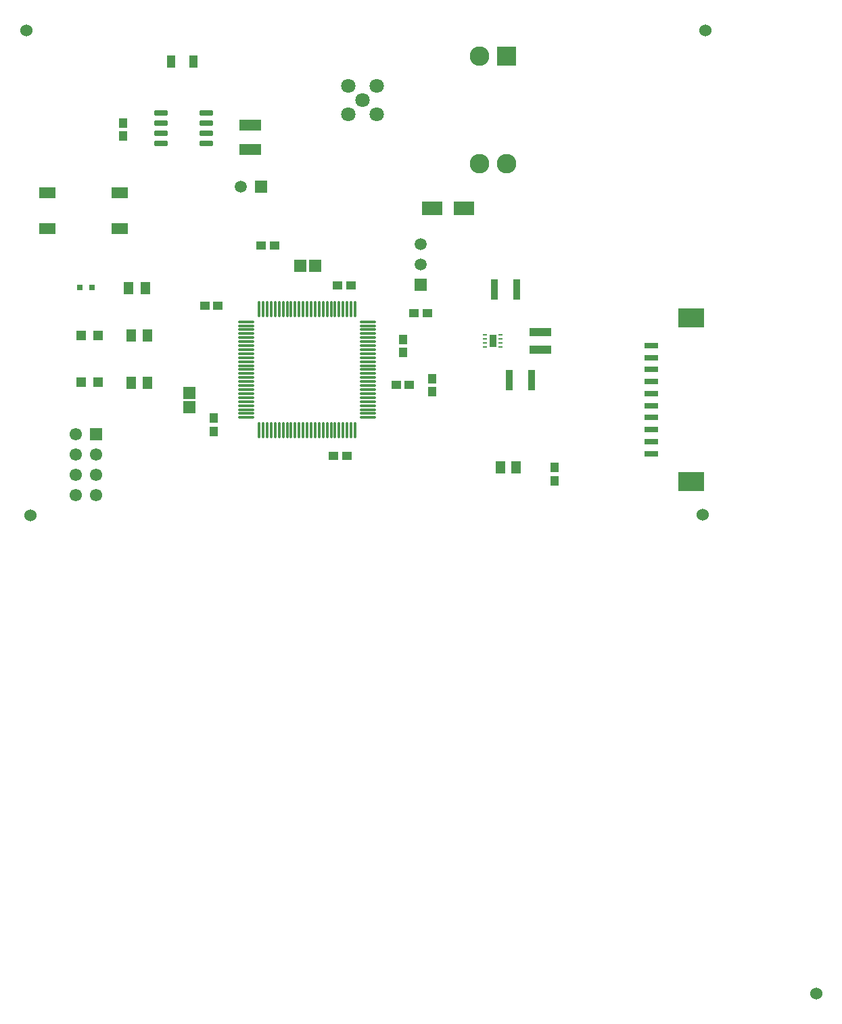
<source format=gbr>
%TF.GenerationSoftware,Altium Limited,Altium Designer,19.1.8 (144)*%
G04 Layer_Color=255*
%FSLAX25Y25*%
%MOIN*%
%TF.FileFunction,Pads,Top*%
%TF.Part,Single*%
G01*
G75*
%TA.AperFunction,SMDPad,CuDef*%
%ADD10R,0.04166X0.04749*%
%ADD11R,0.04749X0.04166*%
%ADD12O,0.01181X0.08268*%
%ADD13O,0.08268X0.01181*%
%ADD14R,0.03740X0.10236*%
%ADD15R,0.01968X0.01102*%
%ADD16R,0.03543X0.06299*%
%ADD17R,0.13000X0.09500*%
%ADD18R,0.06693X0.03150*%
%ADD19R,0.04921X0.06102*%
%ADD20R,0.06127X0.05924*%
%ADD21R,0.04724X0.04724*%
%ADD22R,0.03150X0.03150*%
%ADD23R,0.05924X0.06127*%
%ADD24R,0.10630X0.03937*%
%ADD25R,0.08268X0.05512*%
%ADD26R,0.05118X0.05906*%
%ADD27R,0.09843X0.06693*%
%ADD28R,0.11024X0.05709*%
G04:AMPARAMS|DCode=29|XSize=25.59mil|YSize=64.96mil|CornerRadius=1.92mil|HoleSize=0mil|Usage=FLASHONLY|Rotation=90.000|XOffset=0mil|YOffset=0mil|HoleType=Round|Shape=RoundedRectangle|*
%AMROUNDEDRECTD29*
21,1,0.02559,0.06112,0,0,90.0*
21,1,0.02175,0.06496,0,0,90.0*
1,1,0.00384,0.03056,0.01088*
1,1,0.00384,0.03056,-0.01088*
1,1,0.00384,-0.03056,-0.01088*
1,1,0.00384,-0.03056,0.01088*
%
%ADD29ROUNDEDRECTD29*%
%ADD30R,0.04331X0.06496*%
%TA.AperFunction,ComponentPad*%
%ADD35C,0.09646*%
%ADD36R,0.09646X0.09646*%
%TA.AperFunction,ViaPad*%
%ADD37C,0.06000*%
%TA.AperFunction,ComponentPad*%
%ADD38R,0.05906X0.05906*%
%ADD39C,0.05906*%
%ADD40C,0.06102*%
%ADD41R,0.06102X0.06102*%
%ADD42R,0.05906X0.05906*%
%ADD43C,0.07087*%
D10*
X208071Y69780D02*
D03*
Y76283D02*
D03*
X193504Y89169D02*
D03*
Y95673D02*
D03*
X100197Y56795D02*
D03*
Y50291D02*
D03*
X268208Y25878D02*
D03*
Y32382D02*
D03*
X55511Y202272D02*
D03*
Y195768D02*
D03*
D11*
X95961Y112106D02*
D03*
X102464D02*
D03*
X196657Y73327D02*
D03*
X190154D02*
D03*
X161414Y122277D02*
D03*
X167917D02*
D03*
X159346Y38091D02*
D03*
X165850D02*
D03*
X130319Y142028D02*
D03*
X123815D02*
D03*
X205511Y108465D02*
D03*
X199008D02*
D03*
D12*
X169980Y50787D02*
D03*
X168011D02*
D03*
X166043D02*
D03*
X164075D02*
D03*
X162106D02*
D03*
X160137D02*
D03*
X158169D02*
D03*
X156201D02*
D03*
X154232D02*
D03*
X152263D02*
D03*
X150295D02*
D03*
X148327D02*
D03*
X146358D02*
D03*
X144389D02*
D03*
X142421D02*
D03*
X140453D02*
D03*
X138484D02*
D03*
X136515D02*
D03*
X134547D02*
D03*
X132579D02*
D03*
X130610D02*
D03*
X128641D02*
D03*
X126673D02*
D03*
X124705D02*
D03*
X122736D02*
D03*
Y110630D02*
D03*
X124705D02*
D03*
X126673D02*
D03*
X128641D02*
D03*
X130610D02*
D03*
X132579D02*
D03*
X134547D02*
D03*
X136515D02*
D03*
X138484D02*
D03*
X140453D02*
D03*
X142421D02*
D03*
X144389D02*
D03*
X146358D02*
D03*
X148327D02*
D03*
X150295D02*
D03*
X152263D02*
D03*
X154232D02*
D03*
X156201D02*
D03*
X158169D02*
D03*
X160137D02*
D03*
X162106D02*
D03*
X164075D02*
D03*
X166043D02*
D03*
X168011D02*
D03*
X169980D02*
D03*
D13*
X116437Y57086D02*
D03*
Y59055D02*
D03*
Y61023D02*
D03*
Y62992D02*
D03*
Y64960D02*
D03*
Y66929D02*
D03*
Y68897D02*
D03*
Y70866D02*
D03*
Y72834D02*
D03*
Y74803D02*
D03*
Y76771D02*
D03*
Y78740D02*
D03*
Y80709D02*
D03*
Y82677D02*
D03*
Y84646D02*
D03*
Y86614D02*
D03*
Y88583D02*
D03*
Y90551D02*
D03*
Y92520D02*
D03*
Y94488D02*
D03*
Y96457D02*
D03*
Y98425D02*
D03*
Y100394D02*
D03*
Y102362D02*
D03*
Y104331D02*
D03*
X176279D02*
D03*
Y102362D02*
D03*
Y100394D02*
D03*
Y98425D02*
D03*
Y96457D02*
D03*
Y94488D02*
D03*
Y92520D02*
D03*
Y90551D02*
D03*
Y88583D02*
D03*
Y86614D02*
D03*
Y84646D02*
D03*
Y82677D02*
D03*
Y80709D02*
D03*
Y78740D02*
D03*
Y76771D02*
D03*
Y74803D02*
D03*
Y72834D02*
D03*
Y70866D02*
D03*
Y68897D02*
D03*
Y66929D02*
D03*
Y64960D02*
D03*
Y62992D02*
D03*
Y61023D02*
D03*
Y59055D02*
D03*
Y57086D02*
D03*
D14*
X245965Y75689D02*
D03*
X256988D02*
D03*
X238583Y120079D02*
D03*
X249606D02*
D03*
D15*
X234153Y97835D02*
D03*
Y95866D02*
D03*
Y93898D02*
D03*
Y91929D02*
D03*
X241633D02*
D03*
Y93898D02*
D03*
Y95866D02*
D03*
Y97835D02*
D03*
D16*
X237893Y94882D02*
D03*
D17*
X335544Y25595D02*
D03*
Y106295D02*
D03*
D18*
X315945Y39370D02*
D03*
Y45275D02*
D03*
Y51181D02*
D03*
Y57086D02*
D03*
Y62992D02*
D03*
Y68898D02*
D03*
Y74803D02*
D03*
Y80709D02*
D03*
Y86614D02*
D03*
Y92520D02*
D03*
D19*
X67716Y97441D02*
D03*
X59645D02*
D03*
X66535Y120965D02*
D03*
X58464D02*
D03*
X59744Y74311D02*
D03*
X67815D02*
D03*
D20*
X88484Y62103D02*
D03*
Y69196D02*
D03*
D21*
X34940Y74508D02*
D03*
X43208D02*
D03*
X34940Y97441D02*
D03*
X43208D02*
D03*
D22*
X34251Y121063D02*
D03*
X40157D02*
D03*
D23*
X150199Y131791D02*
D03*
X143107D02*
D03*
D24*
X261220Y90650D02*
D03*
Y99311D02*
D03*
D25*
X54133Y167815D02*
D03*
Y150099D02*
D03*
X18307D02*
D03*
Y167815D02*
D03*
D26*
X249212Y32480D02*
D03*
X241732D02*
D03*
D27*
X223622Y160335D02*
D03*
X207874D02*
D03*
D28*
X118405Y201181D02*
D03*
Y189173D02*
D03*
D29*
X96555Y192106D02*
D03*
Y197106D02*
D03*
Y202106D02*
D03*
Y207106D02*
D03*
X74311Y192106D02*
D03*
Y197106D02*
D03*
Y202106D02*
D03*
Y207106D02*
D03*
D30*
X90452Y232480D02*
D03*
X79232D02*
D03*
D35*
X231201Y182047D02*
D03*
Y235079D02*
D03*
X244587Y182047D02*
D03*
D36*
Y235079D02*
D03*
D37*
X342520Y248031D02*
D03*
X397244Y-226772D02*
D03*
X7874Y248031D02*
D03*
X9843Y8957D02*
D03*
X341240Y9350D02*
D03*
D38*
X202165Y122618D02*
D03*
D39*
Y132618D02*
D03*
Y142618D02*
D03*
X113582Y170768D02*
D03*
D40*
X42421Y38996D02*
D03*
Y28996D02*
D03*
Y18996D02*
D03*
X32421Y48996D02*
D03*
Y38996D02*
D03*
Y28996D02*
D03*
Y18996D02*
D03*
D41*
X42421Y48996D02*
D03*
D42*
X123582Y170768D02*
D03*
D43*
X173749Y213554D02*
D03*
X166789Y220514D02*
D03*
X180708D02*
D03*
X166789Y206594D02*
D03*
X180708D02*
D03*
%TF.MD5,e48bd18ee0e59cd15679eed478b401bd*%
M02*

</source>
